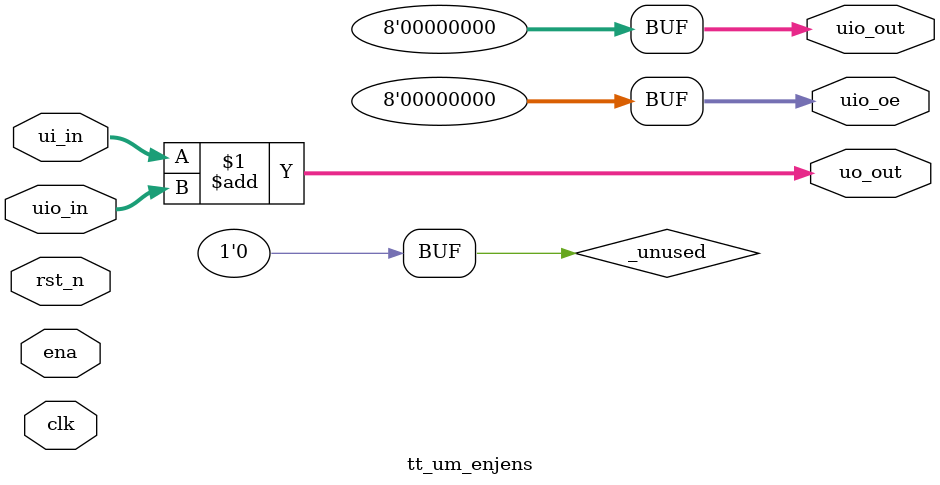
<source format=v>
/*
 * Copyright (c) 2024 Your Name
 * SPDX-License-Identifier: Apache-2.0
 */

`default_nettype none

module tt_um_enjens (
    input  wire [7:0] ui_in,    // Dedicated inputs
    output wire [7:0] uo_out,   // Dedicated outputs
    input  wire [7:0] uio_in,   // IOs: Input path
    output wire [7:0] uio_out,  // IOs: Output path
    output wire [7:0] uio_oe,   // IOs: Enable path (active high: 0=input, 1=output)
    input  wire       ena,      // always 1 when the design is powered, so you can ignore it
    input  wire       clk,      // clock
    input  wire       rst_n     // reset_n - low to reset
);

  // All output pins must be assigned. If not used, assign to 0.
  assign uo_out  = ui_in + uio_in;  // Example: ou_out is the sum of ui_in and uio_in
  assign uio_out = 0;
  assign uio_oe  = 0;

  // List all unused inputs to prevent warnings
  wire _unused = &{ena, clk, rst_n, 1'b0};

endmodule

</source>
